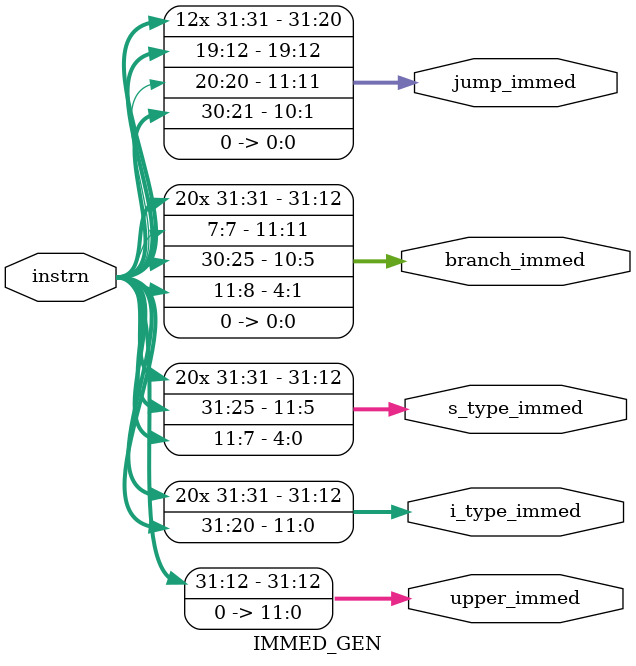
<source format=v>
`timescale 1ns / 1ps

/*
Uses concatenation to generate immediates
{#{value}} means that value is duplicated # times in the output 
*/
module IMMED_GEN (
    input      [31:7] instrn,
    output reg [31:0] upper_immed, 
    output reg [31:0] i_type_immed, 
    output reg [31:0] s_type_immed, 
    output reg [31:0] branch_immed, 
    output reg [31:0] jump_immed
);
    
    always @(*) begin               
        upper_immed  = {instrn[31:12], 12'd0};
        i_type_immed = {{21{instrn[31]}}, instrn[30:20]};
        s_type_immed = {{21{instrn[31]}}, instrn[30:25], instrn[11:7]};
        branch_immed = {{20{instrn[31]}}, instrn[7], instrn[30:25], instrn[11:8], 1'd0};
        jump_immed   = {{12{instrn[31]}}, instrn[19:12], instrn[20], instrn[30:21], 1'd0};
    end

endmodule

</source>
